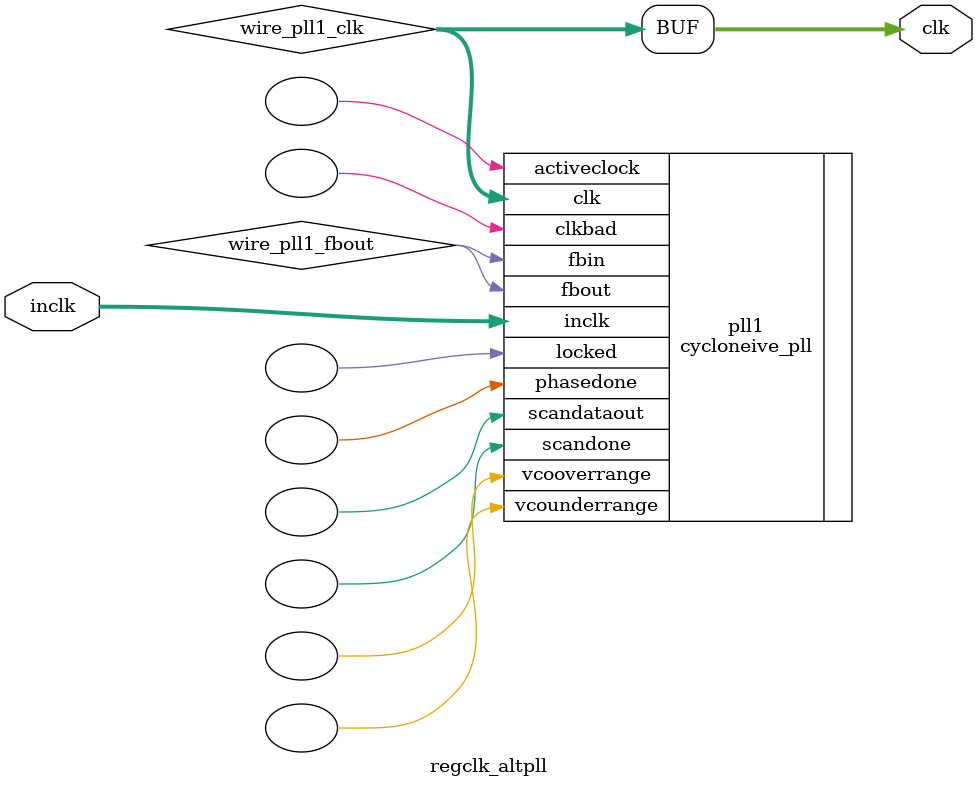
<source format=v>






//synthesis_resources = cycloneive_pll 1 
//synopsys translate_off
`timescale 1 ps / 1 ps
//synopsys translate_on
module  regclk_altpll
	( 
	clk,
	inclk) /* synthesis synthesis_clearbox=1 */;
	output   [4:0]  clk;
	input   [1:0]  inclk;
`ifndef ALTERA_RESERVED_QIS
// synopsys translate_off
`endif
	tri0   [1:0]  inclk;
`ifndef ALTERA_RESERVED_QIS
// synopsys translate_on
`endif

	wire  [4:0]   wire_pll1_clk;
	wire  wire_pll1_fbout;

	cycloneive_pll   pll1
	( 
	.activeclock(),
	.clk(wire_pll1_clk),
	.clkbad(),
	.fbin(wire_pll1_fbout),
	.fbout(wire_pll1_fbout),
	.inclk(inclk),
	.locked(),
	.phasedone(),
	.scandataout(),
	.scandone(),
	.vcooverrange(),
	.vcounderrange()
	`ifndef FORMAL_VERIFICATION
	// synopsys translate_off
	`endif
	,
	.areset(1'b0),
	.clkswitch(1'b0),
	.configupdate(1'b0),
	.pfdena(1'b1),
	.phasecounterselect({3{1'b0}}),
	.phasestep(1'b0),
	.phaseupdown(1'b0),
	.scanclk(1'b0),
	.scanclkena(1'b1),
	.scandata(1'b0)
	`ifndef FORMAL_VERIFICATION
	// synopsys translate_on
	`endif
	);
	defparam
		pll1.bandwidth_type = "auto",
		pll1.clk0_divide_by = 1,
		pll1.clk0_duty_cycle = 50,
		pll1.clk0_multiply_by = 4,
		pll1.clk0_phase_shift = "6250",
		pll1.compensate_clock = "clk0",
		pll1.inclk0_input_frequency = 50000,
		pll1.operation_mode = "normal",
		pll1.pll_type = "auto",
		pll1.lpm_type = "cycloneive_pll";
	assign
		clk = {wire_pll1_clk[4:0]};
endmodule //regclk_altpll
//VALID FILE

</source>
